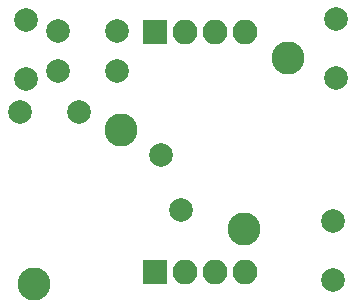
<source format=gbr>
%TF.GenerationSoftware,KiCad,Pcbnew,(6.0.11)*%
%TF.CreationDate,2023-05-06T11:24:47-05:00*%
%TF.ProjectId,SerialResonantFilter,53657269-616c-4526-9573-6f6e616e7446,rev?*%
%TF.SameCoordinates,Original*%
%TF.FileFunction,Soldermask,Bot*%
%TF.FilePolarity,Negative*%
%FSLAX46Y46*%
G04 Gerber Fmt 4.6, Leading zero omitted, Abs format (unit mm)*
G04 Created by KiCad (PCBNEW (6.0.11)) date 2023-05-06 11:24:47*
%MOMM*%
%LPD*%
G01*
G04 APERTURE LIST*
G04 Aperture macros list*
%AMRoundRect*
0 Rectangle with rounded corners*
0 $1 Rounding radius*
0 $2 $3 $4 $5 $6 $7 $8 $9 X,Y pos of 4 corners*
0 Add a 4 corners polygon primitive as box body*
4,1,4,$2,$3,$4,$5,$6,$7,$8,$9,$2,$3,0*
0 Add four circle primitives for the rounded corners*
1,1,$1+$1,$2,$3*
1,1,$1+$1,$4,$5*
1,1,$1+$1,$6,$7*
1,1,$1+$1,$8,$9*
0 Add four rect primitives between the rounded corners*
20,1,$1+$1,$2,$3,$4,$5,0*
20,1,$1+$1,$4,$5,$6,$7,0*
20,1,$1+$1,$6,$7,$8,$9,0*
20,1,$1+$1,$8,$9,$2,$3,0*%
G04 Aperture macros list end*
%ADD10C,2.000000*%
%ADD11C,2.800000*%
%ADD12RoundRect,0.200000X0.850000X-0.850000X0.850000X0.850000X-0.850000X0.850000X-0.850000X-0.850000X0*%
%ADD13O,2.100000X2.100000*%
G04 APERTURE END LIST*
D10*
%TO.C,C1*%
X147940000Y-90330000D03*
X147940000Y-95330000D03*
%TD*%
%TO.C,C2*%
X129400000Y-91360000D03*
X124400000Y-91360000D03*
%TD*%
%TO.C,C3*%
X129420000Y-94720000D03*
X124420000Y-94720000D03*
%TD*%
%TO.C,C4*%
X121670000Y-95460000D03*
X121670000Y-90460000D03*
%TD*%
%TO.C,C5*%
X126200000Y-98180000D03*
X121200000Y-98180000D03*
%TD*%
%TO.C,C6*%
X147701000Y-107442000D03*
X147701000Y-112442000D03*
%TD*%
%TO.C,C7*%
X133096000Y-101854000D03*
X134806101Y-106552463D03*
%TD*%
D11*
%TO.C,L2*%
X143868600Y-93639452D03*
X140114472Y-108152326D03*
%TD*%
%TO.C,L3*%
X129720000Y-99739705D03*
X122337583Y-112786425D03*
%TD*%
D12*
%TO.C,J1*%
X132588000Y-111760000D03*
D13*
X135128000Y-111760000D03*
X137668000Y-111760000D03*
X140208000Y-111760000D03*
%TD*%
D12*
%TO.C,J2*%
X132588000Y-91440000D03*
D13*
X135128000Y-91440000D03*
X137668000Y-91440000D03*
X140208000Y-91440000D03*
%TD*%
M02*

</source>
